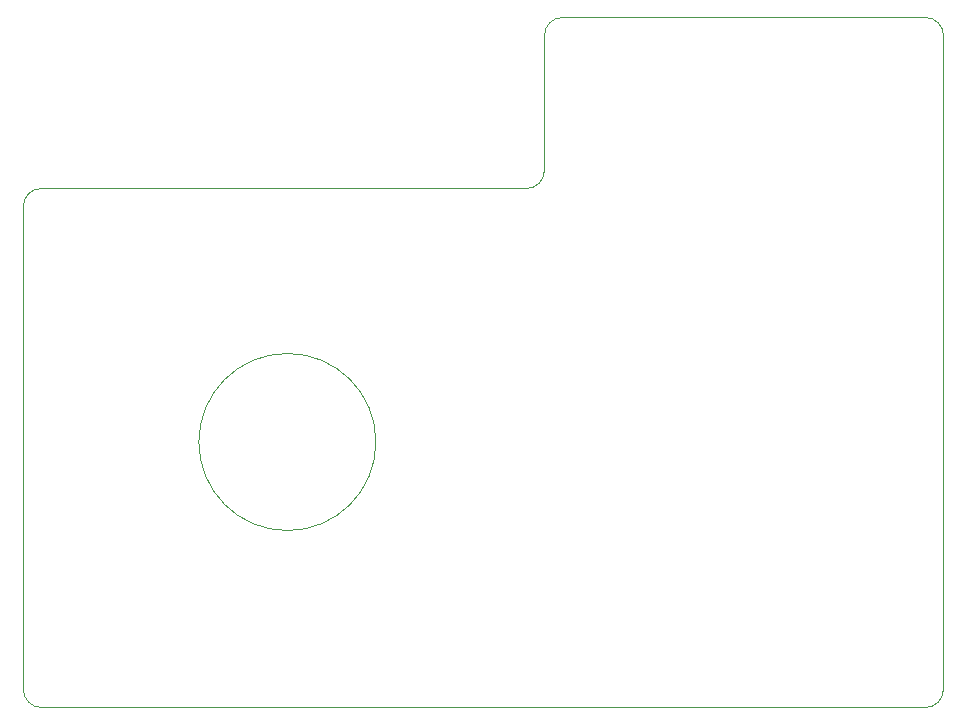
<source format=gm1>
G04 #@! TF.GenerationSoftware,KiCad,Pcbnew,7.0.10*
G04 #@! TF.CreationDate,2024-01-02T03:25:23-08:00*
G04 #@! TF.ProjectId,K40-LED_PCB,4b34302d-4c45-4445-9f50-43422e6b6963,rev?*
G04 #@! TF.SameCoordinates,Original*
G04 #@! TF.FileFunction,Profile,NP*
%FSLAX46Y46*%
G04 Gerber Fmt 4.6, Leading zero omitted, Abs format (unit mm)*
G04 Created by KiCad (PCBNEW 7.0.10) date 2024-01-02 03:25:23*
%MOMM*%
%LPD*%
G01*
G04 APERTURE LIST*
G04 #@! TA.AperFunction,Profile*
%ADD10C,0.050000*%
G04 #@! TD*
G04 APERTURE END LIST*
D10*
X129286000Y-90424000D02*
X129286000Y-97028000D01*
X127762000Y-103378000D02*
X86690200Y-103378000D01*
X115023157Y-124845957D02*
G75*
G03*
X100023157Y-124845957I-7500000J0D01*
G01*
X100023157Y-124845957D02*
G75*
G03*
X115023157Y-124845957I7500000J0D01*
G01*
X86690200Y-147320000D02*
X161544000Y-147320000D01*
X85166200Y-145796000D02*
G75*
G03*
X86690200Y-147320000I1524000J0D01*
G01*
X130810000Y-88900000D02*
G75*
G03*
X129286000Y-90424000I0J-1524000D01*
G01*
X85166200Y-104902000D02*
X85166200Y-145796000D01*
X161544000Y-147320000D02*
G75*
G03*
X163068000Y-145796000I0J1524000D01*
G01*
X127762000Y-103378000D02*
G75*
G03*
X129286000Y-101854000I0J1524000D01*
G01*
X163068000Y-90424000D02*
G75*
G03*
X161544000Y-88900000I-1524000J0D01*
G01*
X129286000Y-97028000D02*
X129286000Y-101854000D01*
X163068000Y-145796000D02*
X163068000Y-90424000D01*
X161544000Y-88900000D02*
X130810000Y-88900000D01*
X86690200Y-103378000D02*
G75*
G03*
X85166200Y-104902000I0J-1524000D01*
G01*
M02*

</source>
